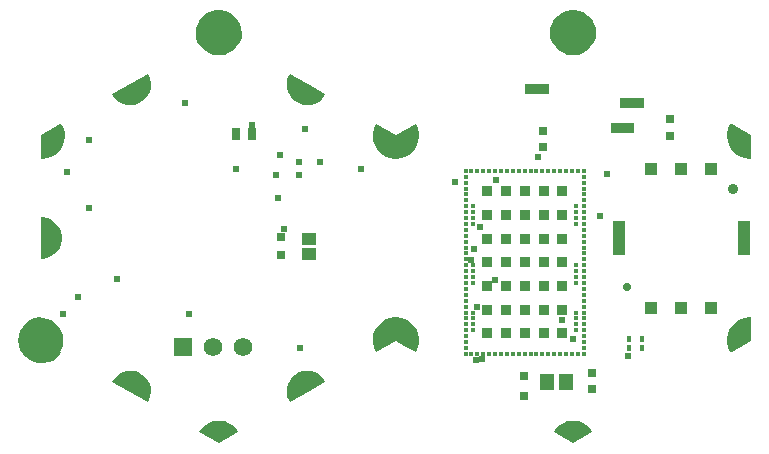
<source format=gbr>
G04*
G04 #@! TF.GenerationSoftware,Altium Limited,Altium Designer,25.8.1 (18)*
G04*
G04 Layer_Color=8388736*
%FSLAX44Y44*%
%MOMM*%
G71*
G04*
G04 #@! TF.SameCoordinates,2BA7E10B-6E93-4220-B227-DF091A9E169F*
G04*
G04*
G04 #@! TF.FilePolarity,Negative*
G04*
G01*
G75*
%ADD18R,0.3000X0.5556*%
%ADD19R,0.3048X0.3048*%
%ADD20R,0.8128X0.8128*%
%ADD21R,0.3048X0.3048*%
%ADD22R,0.8000X0.6556*%
%ADD23R,1.2546X1.4562*%
%ADD24R,0.7000X0.7000*%
%ADD25R,0.9906X1.0922*%
%ADD27R,0.7000X0.6500*%
%ADD31R,0.9906X2.9972*%
%ADD34R,0.8000X0.8000*%
%ADD35R,0.7400X0.9900*%
G04:AMPARAMS|DCode=36|XSize=1.2032mm|YSize=1.2032mm|CornerRadius=0.6016mm|HoleSize=0mm|Usage=FLASHONLY|Rotation=90.000|XOffset=0mm|YOffset=0mm|HoleType=Round|Shape=RoundedRectangle|*
%AMROUNDEDRECTD36*
21,1,1.2032,0.0000,0,0,90.0*
21,1,0.0000,1.2032,0,0,90.0*
1,1,1.2032,0.0000,0.0000*
1,1,1.2032,0.0000,0.0000*
1,1,1.2032,0.0000,0.0000*
1,1,1.2032,0.0000,0.0000*
%
%ADD36ROUNDEDRECTD36*%
%ADD37R,1.1532X1.0032*%
%ADD38R,0.9832X0.9432*%
G04:AMPARAMS|DCode=39|XSize=1.2032mm|YSize=1.2032mm|CornerRadius=0.6016mm|HoleSize=0mm|Usage=FLASHONLY|Rotation=30.000|XOffset=0mm|YOffset=0mm|HoleType=Round|Shape=RoundedRectangle|*
%AMROUNDEDRECTD39*
21,1,1.2032,0.0000,0,0,30.0*
21,1,0.0000,1.2032,0,0,30.0*
1,1,1.2032,0.0000,0.0000*
1,1,1.2032,0.0000,0.0000*
1,1,1.2032,0.0000,0.0000*
1,1,1.2032,0.0000,0.0000*
%
%ADD39ROUNDEDRECTD39*%
G04:AMPARAMS|DCode=40|XSize=1.2032mm|YSize=1.2032mm|CornerRadius=0.6016mm|HoleSize=0mm|Usage=FLASHONLY|Rotation=150.000|XOffset=0mm|YOffset=0mm|HoleType=Round|Shape=RoundedRectangle|*
%AMROUNDEDRECTD40*
21,1,1.2032,0.0000,0,0,150.0*
21,1,0.0000,1.2032,0,0,150.0*
1,1,1.2032,0.0000,0.0000*
1,1,1.2032,0.0000,0.0000*
1,1,1.2032,0.0000,0.0000*
1,1,1.2032,0.0000,0.0000*
%
%ADD40ROUNDEDRECTD40*%
%ADD41C,0.8890*%
%ADD42C,0.7112*%
%ADD43C,1.5700*%
%ADD44R,1.5700X1.5700*%
%ADD45C,0.6032*%
G36*
X153602Y191945D02*
X157319Y190313D01*
X160621Y187953D01*
X163369Y184964D01*
X165443Y181474D01*
X166757Y177633D01*
X167254Y173604D01*
X166912Y169559D01*
X165747Y165671D01*
X164778Y163887D01*
Y163887D01*
X147599Y173778D01*
X163910Y164387D01*
X163116Y162923D01*
X161034Y160324D01*
X158522Y158138D01*
X155660Y156435D01*
X152541Y155268D01*
X149264Y154675D01*
X145934D01*
X142657Y155268D01*
X139538Y156435D01*
X136677Y158138D01*
X134165Y160324D01*
X132082Y162923D01*
X131289Y164387D01*
X130421Y163887D01*
X129452Y165671D01*
X128287Y169559D01*
X127945Y173604D01*
X128442Y177633D01*
X129755Y181474D01*
X131830Y184964D01*
X134577Y187953D01*
X137880Y190313D01*
X141597Y191945D01*
X145570Y192779D01*
X149629D01*
X153602Y191945D01*
D02*
G37*
G36*
X-146397D02*
X-142680Y190313D01*
X-139378Y187953D01*
X-136631Y184964D01*
X-134556Y181474D01*
X-133243Y177633D01*
X-132746Y173604D01*
X-133087Y169559D01*
X-134252Y165671D01*
X-135222Y163887D01*
Y163887D01*
X-152400Y173778D01*
X-136089Y164387D01*
X-136883Y162923D01*
X-138966Y160324D01*
X-141478Y158138D01*
X-144339Y156435D01*
X-147458Y155268D01*
X-150735Y154675D01*
X-154065D01*
X-157342Y155268D01*
X-160461Y156435D01*
X-163322Y158138D01*
X-165834Y160324D01*
X-167917Y162923D01*
X-168711Y164387D01*
X-169578Y163887D01*
X-170548Y165671D01*
X-171713Y169559D01*
X-172054Y173604D01*
X-171558Y177633D01*
X-170244Y181474D01*
X-168169Y184964D01*
X-165422Y187953D01*
X-162120Y190313D01*
X-158403Y191945D01*
X-154430Y192779D01*
X-150370D01*
X-146397Y191945D01*
D02*
G37*
G36*
X-92289Y139060D02*
X-92277Y139080D01*
X-77174Y130346D01*
X-62065Y121637D01*
X-62076Y121617D01*
X-62023Y121586D01*
X-62856Y120043D01*
X-65104Y117351D01*
X-67840Y115159D01*
X-70958Y113554D01*
X-74333Y112600D01*
X-77829Y112336D01*
X-81309Y112771D01*
X-84633Y113888D01*
X-86165Y114774D01*
X-87704Y115661D01*
X-90333Y117981D01*
X-92450Y120777D01*
X-93969Y123937D01*
X-94830Y127337D01*
X-94999Y130839D01*
X-94469Y134305D01*
X-93261Y137598D01*
X-92343Y139091D01*
X-92289Y139060D01*
D02*
G37*
G36*
X-211602Y137587D02*
X-210390Y134297D01*
X-209856Y130831D01*
X-210020Y127328D01*
X-210877Y123928D01*
X-212392Y120765D01*
X-214505Y117967D01*
X-217131Y115644D01*
X-220167Y113888D01*
X-223491Y112771D01*
X-226971Y112336D01*
X-230467Y112600D01*
X-233842Y113554D01*
X-236960Y115159D01*
X-239697Y117351D01*
X-241944Y120043D01*
X-242778Y121586D01*
X-242778D01*
X-212523Y139080D01*
X-211602Y137587D01*
D02*
G37*
G36*
X-285740Y96820D02*
D01*
X-285740D01*
X-285740D01*
D02*
G37*
G36*
X-284825Y95325D02*
X-283556Y92057D01*
X-282889Y88616D01*
X-282844Y85111D01*
X-283423Y81654D01*
X-284608Y78355D01*
X-286361Y75319D01*
X-288626Y72643D01*
X-291330Y70413D01*
X-294388Y68700D01*
X-297702Y67557D01*
X-301166Y67023D01*
X-302918Y67067D01*
X-302917Y68069D01*
X-302920Y68069D01*
Y68069D01*
X-302897Y86890D01*
X-286609Y96320D01*
X-286608Y96318D01*
X-285740Y96820D01*
X-284825Y95325D01*
D02*
G37*
G36*
X281810Y96269D02*
X281842Y96320D01*
X281842D01*
X298130Y86890D01*
X298152Y68069D01*
X298099Y68068D01*
Y67106D01*
X296351Y67059D01*
X292893Y67589D01*
X289584Y68726D01*
X286530Y70432D01*
X283828Y72655D01*
X281565Y75323D01*
X279812Y78351D01*
X278626Y81642D01*
X278044Y85092D01*
X278084Y88590D01*
X278747Y92025D01*
X280009Y95288D01*
X280921Y96781D01*
Y96781D01*
X281810Y96269D01*
D02*
G37*
G36*
X-2400Y87176D02*
X14278Y96781D01*
X15189Y95288D01*
X16452Y92025D01*
X17114Y88590D01*
X17155Y85092D01*
X16573Y81642D01*
X15387Y78351D01*
X13634Y75323D01*
X11371Y72655D01*
X8669Y70432D01*
X5615Y68726D01*
X2306Y67589D01*
X-1152Y67059D01*
X-2400Y67093D01*
X-3649Y67059D01*
X-7107Y67589D01*
X-10416Y68726D01*
X-13470Y70432D01*
X-16171Y72655D01*
X-18435Y75323D01*
X-20187Y78351D01*
X-21374Y81642D01*
X-21956Y85092D01*
X-21915Y88590D01*
X-21253Y92025D01*
X-19990Y95288D01*
X-19079Y96781D01*
Y96781D01*
X-2400Y87176D01*
D02*
G37*
G36*
X-297687Y16945D02*
X-294415Y15672D01*
X-291462Y13774D01*
X-288944Y11327D01*
X-286963Y8429D01*
X-285596Y5196D01*
X-284899Y1755D01*
Y-1755D01*
X-285596Y-5196D01*
X-286963Y-8429D01*
X-288944Y-11327D01*
X-291462Y-13774D01*
X-294415Y-15672D01*
X-297687Y-16945D01*
X-297715Y-16950D01*
X-297726Y-16954D01*
X-301182Y-17555D01*
X-302934Y-17506D01*
X-302934D01*
X-302957Y17443D01*
X-302900Y17444D01*
Y17493D01*
X-301146Y17544D01*
X-297687Y16945D01*
D02*
G37*
G36*
X2306Y-67589D02*
X5615Y-68726D01*
X8669Y-70432D01*
X11371Y-72655D01*
X13634Y-75323D01*
X15387Y-78351D01*
X16573Y-81642D01*
X17155Y-85092D01*
X17114Y-88590D01*
X16452Y-92025D01*
X15189Y-95288D01*
X14278Y-96781D01*
X6020Y-92025D01*
X-2400Y-87176D01*
X-19079Y-96781D01*
X-19990Y-95288D01*
X-21253Y-92025D01*
X-21915Y-88590D01*
X-21956Y-85092D01*
X-21374Y-81642D01*
X-20187Y-78351D01*
X-18435Y-75323D01*
X-16171Y-72655D01*
X-13470Y-70432D01*
X-10416Y-68726D01*
X-7107Y-67589D01*
X-3649Y-67059D01*
X-2400Y-67093D01*
X-1152Y-67059D01*
X2306Y-67589D01*
D02*
G37*
G36*
X298099Y-67106D02*
Y-68068D01*
X298152Y-68069D01*
X298152Y-68069D01*
X298130Y-86890D01*
X281842Y-96320D01*
X281810Y-96269D01*
X280921Y-96781D01*
X280009Y-95288D01*
X278747Y-92025D01*
X278084Y-88590D01*
X278044Y-85092D01*
X278626Y-81642D01*
X279812Y-78351D01*
X281565Y-75323D01*
X283828Y-72655D01*
X286530Y-70432D01*
X289584Y-68726D01*
X292893Y-67589D01*
X296351Y-67059D01*
X298099Y-67106D01*
D02*
G37*
G36*
X14278Y-96781D02*
X14278D01*
D01*
X14278D01*
D02*
G37*
G36*
X-302917Y-68069D02*
X-301255Y-68025D01*
X-297964Y-68529D01*
X-294814Y-69612D01*
X-291908Y-71238D01*
X-289338Y-73355D01*
X-287186Y-75897D01*
X-285521Y-78781D01*
X-284396Y-81915D01*
X-283847Y-85200D01*
X-283892Y-88529D01*
X-284529Y-91798D01*
X-285738Y-94901D01*
X-286608Y-96318D01*
X-285740Y-96820D01*
X-286800Y-98551D01*
X-289585Y-101504D01*
X-292917Y-103823D01*
X-296655Y-105407D01*
X-300638Y-106190D01*
X-304697Y-106138D01*
X-308659Y-105253D01*
X-312354Y-103574D01*
X-315626Y-101171D01*
X-318335Y-98147D01*
X-320365Y-94632D01*
X-321629Y-90774D01*
X-322074Y-86740D01*
X-321681Y-82699D01*
X-320466Y-78826D01*
X-318482Y-75285D01*
X-315812Y-72226D01*
X-312571Y-69782D01*
X-308898Y-68055D01*
X-304947Y-67120D01*
X-302918Y-67067D01*
X-302918Y-67067D01*
X-302917Y-68069D01*
D02*
G37*
G36*
X-74333Y-112600D02*
X-70958Y-113554D01*
X-67840Y-115159D01*
X-65104Y-117351D01*
X-62856Y-120043D01*
X-62023Y-121586D01*
D01*
Y-121586D01*
X-77150Y-130333D01*
X-92277Y-139080D01*
X-93198Y-137587D01*
X-94410Y-134297D01*
X-94944Y-130831D01*
X-94780Y-127329D01*
X-93923Y-123928D01*
X-92408Y-120766D01*
X-90295Y-117967D01*
X-87669Y-115644D01*
X-84633Y-113888D01*
X-81309Y-112771D01*
X-77829Y-112336D01*
X-74333Y-112600D01*
D02*
G37*
G36*
X-223491Y-112771D02*
X-220167Y-113888D01*
X-218636Y-114774D01*
X-217097Y-115661D01*
X-214467Y-117981D01*
X-212350Y-120777D01*
X-210831Y-123937D01*
X-209970Y-127337D01*
X-209801Y-130839D01*
X-210331Y-134305D01*
X-211539Y-137598D01*
X-212457Y-139091D01*
D01*
X-212457Y-139091D01*
X-212457Y-139091D01*
X-212511Y-139060D01*
X-212523Y-139080D01*
D01*
X-212523Y-139080D01*
X-212523Y-139080D01*
X-227626Y-130346D01*
X-242735Y-121637D01*
X-242724Y-121617D01*
X-242778Y-121586D01*
X-241944Y-120043D01*
X-239697Y-117351D01*
X-236960Y-115159D01*
X-233842Y-113554D01*
X-230467Y-112600D01*
X-226971Y-112336D01*
X-223491Y-112771D01*
D02*
G37*
G36*
X152541Y-155268D02*
X155660Y-156435D01*
X158522Y-158139D01*
X161034Y-160324D01*
X163116Y-162923D01*
X163910Y-164387D01*
X147599Y-173778D01*
X131289Y-164387D01*
X132082Y-162923D01*
X134165Y-160324D01*
X136677Y-158139D01*
X139538Y-156435D01*
X142657Y-155268D01*
X145934Y-154675D01*
X149264D01*
X152541Y-155268D01*
D02*
G37*
G36*
X-147458D02*
X-144339Y-156435D01*
X-141478Y-158139D01*
X-138966Y-160324D01*
X-136883Y-162923D01*
X-136089Y-164387D01*
X-152400Y-173778D01*
X-168711Y-164387D01*
X-167917Y-162923D01*
X-165834Y-160324D01*
X-163322Y-158139D01*
X-160461Y-156435D01*
X-157342Y-155268D01*
X-154065Y-154675D01*
X-150735D01*
X-147458Y-155268D01*
D02*
G37*
D18*
X194777Y-92906D02*
D03*
Y-85350D02*
D03*
X205733Y-93440D02*
D03*
Y-85884D02*
D03*
D19*
X63089Y-78171D02*
D03*
Y-73171D02*
D03*
Y-68171D02*
D03*
Y-63171D02*
D03*
Y-38171D02*
D03*
Y-33171D02*
D03*
Y-28171D02*
D03*
Y-23171D02*
D03*
Y11829D02*
D03*
Y16829D02*
D03*
Y21829D02*
D03*
Y26829D02*
D03*
X150089D02*
D03*
Y21829D02*
D03*
Y16829D02*
D03*
Y11829D02*
D03*
Y-23171D02*
D03*
Y-28171D02*
D03*
Y-33171D02*
D03*
Y-38171D02*
D03*
Y-63171D02*
D03*
Y-68171D02*
D03*
Y-73171D02*
D03*
Y-78171D02*
D03*
X56589Y-93171D02*
D03*
Y-88171D02*
D03*
Y-83171D02*
D03*
Y-78171D02*
D03*
Y-73171D02*
D03*
Y-68171D02*
D03*
Y-63171D02*
D03*
Y-58171D02*
D03*
Y-53171D02*
D03*
Y-48171D02*
D03*
Y-43171D02*
D03*
Y-38171D02*
D03*
Y-33171D02*
D03*
Y-28171D02*
D03*
Y-23171D02*
D03*
Y-18171D02*
D03*
Y-13171D02*
D03*
Y-8171D02*
D03*
Y-3171D02*
D03*
Y1829D02*
D03*
Y6829D02*
D03*
Y11829D02*
D03*
Y16829D02*
D03*
Y21829D02*
D03*
Y26829D02*
D03*
Y31829D02*
D03*
Y36829D02*
D03*
Y41829D02*
D03*
Y46829D02*
D03*
Y51829D02*
D03*
X156589D02*
D03*
Y46829D02*
D03*
Y41829D02*
D03*
Y36829D02*
D03*
Y31829D02*
D03*
Y26829D02*
D03*
Y21829D02*
D03*
Y16829D02*
D03*
Y11829D02*
D03*
Y6829D02*
D03*
Y1829D02*
D03*
Y-3171D02*
D03*
Y-8171D02*
D03*
Y-13171D02*
D03*
Y-18171D02*
D03*
Y-23171D02*
D03*
Y-28171D02*
D03*
Y-33171D02*
D03*
Y-38171D02*
D03*
Y-43171D02*
D03*
Y-48171D02*
D03*
Y-53171D02*
D03*
Y-58171D02*
D03*
Y-63171D02*
D03*
Y-68171D02*
D03*
Y-73171D02*
D03*
Y-78171D02*
D03*
Y-83171D02*
D03*
Y-88171D02*
D03*
Y-93171D02*
D03*
D20*
X138589Y39329D02*
D03*
Y19329D02*
D03*
Y-671D02*
D03*
Y-20671D02*
D03*
Y-40671D02*
D03*
Y-60671D02*
D03*
Y-80671D02*
D03*
X122589Y39329D02*
D03*
Y19329D02*
D03*
Y-671D02*
D03*
Y-20671D02*
D03*
Y-40671D02*
D03*
Y-60671D02*
D03*
Y-80671D02*
D03*
X106589Y39329D02*
D03*
Y19329D02*
D03*
Y-671D02*
D03*
Y-20671D02*
D03*
Y-40671D02*
D03*
Y-60671D02*
D03*
Y-80671D02*
D03*
X90589Y39329D02*
D03*
Y19329D02*
D03*
Y-671D02*
D03*
Y-20671D02*
D03*
Y-40671D02*
D03*
Y-60671D02*
D03*
Y-80671D02*
D03*
X74589Y39329D02*
D03*
Y19329D02*
D03*
Y-671D02*
D03*
Y-20671D02*
D03*
Y-40671D02*
D03*
Y-60671D02*
D03*
Y-80671D02*
D03*
D21*
X56589Y56829D02*
D03*
X61589D02*
D03*
X66589D02*
D03*
X71589D02*
D03*
X76589D02*
D03*
X81589D02*
D03*
X86589D02*
D03*
X91589D02*
D03*
X96589D02*
D03*
X101589D02*
D03*
X106589D02*
D03*
X111589D02*
D03*
X116589D02*
D03*
X121589D02*
D03*
X126589D02*
D03*
X131589D02*
D03*
X136589D02*
D03*
X141589D02*
D03*
X146589D02*
D03*
X151588D02*
D03*
X156589D02*
D03*
Y-98171D02*
D03*
X151588D02*
D03*
X146589D02*
D03*
X141589D02*
D03*
X136589D02*
D03*
X131589D02*
D03*
X126589D02*
D03*
X121589D02*
D03*
X116589D02*
D03*
X111589D02*
D03*
X106589D02*
D03*
X101589D02*
D03*
X96589D02*
D03*
X91589D02*
D03*
X86589D02*
D03*
X81589D02*
D03*
X76589D02*
D03*
X71589D02*
D03*
X66589D02*
D03*
X61589D02*
D03*
X56589D02*
D03*
D22*
X106168Y-117153D02*
D03*
Y-133709D02*
D03*
D23*
X125503Y-121974D02*
D03*
X142019D02*
D03*
D24*
X163574Y-128045D02*
D03*
Y-114045D02*
D03*
X229529Y86465D02*
D03*
Y100464D02*
D03*
D25*
X239149Y58532D02*
D03*
X264550D02*
D03*
X213750D02*
D03*
X264550Y-59468D02*
D03*
X213750D02*
D03*
X239149D02*
D03*
D27*
X121795Y76988D02*
D03*
Y90488D02*
D03*
D31*
X292149Y-468D02*
D03*
X186149D02*
D03*
D34*
X-99495Y-14564D02*
D03*
Y436D02*
D03*
D35*
X-138185Y87983D02*
D03*
X-124185D02*
D03*
D36*
X-1679Y77521D02*
D03*
X-152400Y-165199D02*
D03*
X-1679Y-77521D02*
D03*
X147599Y165199D02*
D03*
Y-165199D02*
D03*
X-80899Y-123901D02*
D03*
X-152400Y165199D02*
D03*
X-223901Y123901D02*
D03*
D37*
X-75921Y-1095D02*
D03*
Y-13595D02*
D03*
D38*
X112313Y126495D02*
D03*
X202223Y114033D02*
D03*
X194421Y93465D02*
D03*
X184621D02*
D03*
X192423Y114033D02*
D03*
X122113Y126495D02*
D03*
D39*
X290700Y82601D02*
D03*
X-295468Y-82601D02*
D03*
X-223901Y-123901D02*
D03*
X-80899Y123901D02*
D03*
D40*
X-295501Y-0D02*
D03*
X290700Y-82601D02*
D03*
X-295468Y82601D02*
D03*
D41*
X283149Y41032D02*
D03*
D42*
X193149Y-41968D02*
D03*
D43*
X-131629Y-92102D02*
D03*
X-157029D02*
D03*
D44*
X-182429D02*
D03*
D45*
X-261865Y25458D02*
D03*
X-284043Y-64430D02*
D03*
X-271864Y-49913D02*
D03*
X-79542Y92367D02*
D03*
X-83665Y-92809D02*
D03*
X-97536Y7365D02*
D03*
X-66802Y64007D02*
D03*
X-100584Y70611D02*
D03*
X64008Y-9653D02*
D03*
X61214Y-18289D02*
D03*
X70866Y-102617D02*
D03*
X81788Y-35561D02*
D03*
X-280670Y55879D02*
D03*
X-32004Y58673D02*
D03*
X-84582Y64007D02*
D03*
X68834Y9084D02*
D03*
X170180Y18541D02*
D03*
X138589Y-69597D02*
D03*
X147599Y-85681D02*
D03*
X-103886Y53085D02*
D03*
X-84822D02*
D03*
X-102334Y33498D02*
D03*
X-238506Y-34799D02*
D03*
X-262636Y82601D02*
D03*
X66040Y-58421D02*
D03*
X194310Y-99823D02*
D03*
X65278Y-103125D02*
D03*
X-181102Y114553D02*
D03*
X176022Y54355D02*
D03*
X82042Y49275D02*
D03*
X117856Y68325D02*
D03*
X47244Y47243D02*
D03*
X-138185Y58263D02*
D03*
X-124185Y95757D02*
D03*
X-177292Y-64771D02*
D03*
M02*

</source>
